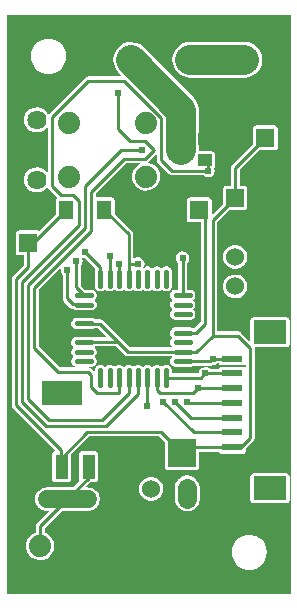
<source format=gtl>
G04 ---------------------------- Layer name :TOP LAYER*
G04 EasyEDA v5.3.2, Sat, 10 Mar 2018 16:58:59 GMT*
G04 Gerber Generator version 0.2*
G04 Scale: 100 percent, Rotated: No, Reflected: No *
G04 Dimensions in millimeters *
G04 leading zeros omitted , absolute positions ,3 integer and 3 decimal *
%FSLAX33Y33*%
%MOMM*%
G90*
G71D02*

%ADD10C,0.254000*%
%ADD11C,2.540000*%
%ADD12C,0.449999*%
%ADD13C,0.619760*%
%ADD14C,1.016000*%
%ADD15R,1.600200X1.600200*%
%ADD16R,1.299997X1.599997*%
%ADD17R,1.799996X0.599999*%
%ADD18R,2.799994X2.032000*%
%ADD19R,1.143000X1.016000*%
%ADD20R,1.092200X2.159000*%
%ADD21R,3.505200X2.159000*%
%ADD22R,2.387600X2.387600*%
%ADD23C,1.879600*%
%ADD24C,1.625600*%
%ADD25R,1.524000X1.524000*%
%ADD26C,1.524000*%
%ADD27C,1.499997*%

%LPD*%
G36*
G01X497Y500D02*
G01X497Y49502D01*
G01X24500Y49502D01*
G01X24500Y500D01*
G01X497Y500D01*
G37*

%LPC*%
G36*
G01X3820Y44503D02*
G01X4185Y44503D01*
G01X4536Y44589D01*
G01X4856Y44757D01*
G01X5130Y45001D01*
G01X5334Y45295D01*
G01X5461Y45636D01*
G01X5506Y45996D01*
G01X5461Y46357D01*
G01X5334Y46697D01*
G01X5130Y46992D01*
G01X4856Y47236D01*
G01X4536Y47404D01*
G01X4185Y47490D01*
G01X3820Y47490D01*
G01X3469Y47404D01*
G01X3149Y47236D01*
G01X2875Y46992D01*
G01X2672Y46697D01*
G01X2545Y46357D01*
G01X2499Y45996D01*
G01X2545Y45636D01*
G01X2672Y45295D01*
G01X2875Y45001D01*
G01X3149Y44757D01*
G01X3469Y44589D01*
G01X3820Y44503D01*
G37*
G36*
G01X3225Y3335D02*
G01X3550Y3355D01*
G01X3855Y3462D01*
G01X4119Y3649D01*
G01X4328Y3903D01*
G01X4455Y4203D01*
G01X4500Y4523D01*
G01X4455Y4843D01*
G01X4328Y5143D01*
G01X4119Y5397D01*
G01X3855Y5585D01*
G01X3688Y5646D01*
G01X3688Y6037D01*
G01X5125Y7480D01*
G01X7371Y7480D01*
G01X7381Y7485D01*
G01X7391Y7485D01*
G01X7675Y7541D01*
G01X7691Y7546D01*
G01X7711Y7551D01*
G01X7731Y7561D01*
G01X7747Y7566D01*
G01X7767Y7576D01*
G01X8011Y7739D01*
G01X8026Y7754D01*
G01X8041Y7764D01*
G01X8056Y7780D01*
G01X8067Y7795D01*
G01X8082Y7810D01*
G01X8244Y8054D01*
G01X8255Y8074D01*
G01X8260Y8089D01*
G01X8270Y8110D01*
G01X8275Y8130D01*
G01X8280Y8145D01*
G01X8336Y8430D01*
G01X8341Y8450D01*
G01X8341Y8511D01*
G01X8336Y8531D01*
G01X8280Y8816D01*
G01X8275Y8831D01*
G01X8270Y8851D01*
G01X8260Y8872D01*
G01X8255Y8887D01*
G01X8244Y8907D01*
G01X8082Y9151D01*
G01X8067Y9166D01*
G01X8056Y9182D01*
G01X8041Y9197D01*
G01X8026Y9207D01*
G01X8011Y9222D01*
G01X7767Y9385D01*
G01X7747Y9395D01*
G01X7731Y9400D01*
G01X7711Y9410D01*
G01X7691Y9415D01*
G01X7675Y9420D01*
G01X7391Y9476D01*
G01X7381Y9476D01*
G01X7371Y9481D01*
G01X7127Y9481D01*
G01X7548Y9903D01*
G01X7940Y9903D01*
G01X8016Y9913D01*
G01X8087Y9954D01*
G01X8143Y10010D01*
G01X8183Y10081D01*
G01X8194Y10157D01*
G01X8194Y12316D01*
G01X8183Y12392D01*
G01X8143Y12463D01*
G01X8087Y12519D01*
G01X8016Y12560D01*
G01X7940Y12570D01*
G01X6847Y12570D01*
G01X6771Y12560D01*
G01X6700Y12519D01*
G01X6644Y12463D01*
G01X6604Y12392D01*
G01X6593Y12316D01*
G01X6593Y10157D01*
G01X6604Y10081D01*
G01X6619Y10050D01*
G01X6050Y9481D01*
G01X3810Y9481D01*
G01X3799Y9476D01*
G01X3789Y9476D01*
G01X3505Y9420D01*
G01X3489Y9415D01*
G01X3469Y9410D01*
G01X3449Y9400D01*
G01X3434Y9395D01*
G01X3413Y9385D01*
G01X3169Y9222D01*
G01X3154Y9207D01*
G01X3139Y9197D01*
G01X3124Y9182D01*
G01X3114Y9166D01*
G01X3098Y9151D01*
G01X2936Y8907D01*
G01X2926Y8887D01*
G01X2921Y8872D01*
G01X2910Y8851D01*
G01X2905Y8831D01*
G01X2900Y8816D01*
G01X2844Y8531D01*
G01X2839Y8511D01*
G01X2839Y8450D01*
G01X2844Y8430D01*
G01X2900Y8145D01*
G01X2905Y8130D01*
G01X2910Y8110D01*
G01X2921Y8089D01*
G01X2926Y8074D01*
G01X2936Y8054D01*
G01X3098Y7810D01*
G01X3114Y7795D01*
G01X3124Y7780D01*
G01X3139Y7764D01*
G01X3154Y7754D01*
G01X3169Y7739D01*
G01X3413Y7576D01*
G01X3434Y7566D01*
G01X3449Y7561D01*
G01X3469Y7551D01*
G01X3489Y7546D01*
G01X3505Y7541D01*
G01X3789Y7485D01*
G01X3799Y7485D01*
G01X3810Y7480D01*
G01X4053Y7480D01*
G01X3037Y6464D01*
G01X2997Y6418D01*
G01X2966Y6367D01*
G01X2946Y6311D01*
G01X2931Y6256D01*
G01X2926Y6195D01*
G01X2926Y5651D01*
G01X2905Y5646D01*
G01X2616Y5499D01*
G01X2382Y5275D01*
G01X2209Y5001D01*
G01X2123Y4686D01*
G01X2123Y4361D01*
G01X2209Y4046D01*
G01X2382Y3771D01*
G01X2616Y3548D01*
G01X2905Y3401D01*
G01X3225Y3335D01*
G37*
G36*
G01X15717Y7454D02*
G01X15778Y7454D01*
G01X15798Y7459D01*
G01X16108Y7520D01*
G01X16129Y7526D01*
G01X16144Y7531D01*
G01X16164Y7541D01*
G01X16184Y7546D01*
G01X16200Y7561D01*
G01X16464Y7739D01*
G01X16494Y7759D01*
G01X16510Y7774D01*
G01X16530Y7805D01*
G01X16708Y8069D01*
G01X16723Y8084D01*
G01X16728Y8105D01*
G01X16738Y8125D01*
G01X16743Y8140D01*
G01X16748Y8161D01*
G01X16809Y8470D01*
G01X16809Y8481D01*
G01X16814Y8491D01*
G01X16814Y9466D01*
G01X16809Y9476D01*
G01X16809Y9486D01*
G01X16748Y9796D01*
G01X16743Y9817D01*
G01X16738Y9832D01*
G01X16728Y9852D01*
G01X16723Y9872D01*
G01X16708Y9888D01*
G01X16530Y10152D01*
G01X16510Y10182D01*
G01X16494Y10198D01*
G01X16464Y10218D01*
G01X16200Y10396D01*
G01X16184Y10411D01*
G01X16164Y10416D01*
G01X16144Y10426D01*
G01X16129Y10431D01*
G01X16108Y10436D01*
G01X15798Y10497D01*
G01X15778Y10502D01*
G01X15717Y10502D01*
G01X15697Y10497D01*
G01X15387Y10436D01*
G01X15367Y10431D01*
G01X15351Y10426D01*
G01X15331Y10416D01*
G01X15311Y10411D01*
G01X15295Y10396D01*
G01X15031Y10218D01*
G01X15001Y10198D01*
G01X14986Y10182D01*
G01X14965Y10152D01*
G01X14787Y9888D01*
G01X14772Y9872D01*
G01X14767Y9852D01*
G01X14757Y9832D01*
G01X14752Y9817D01*
G01X14747Y9796D01*
G01X14686Y9486D01*
G01X14686Y9476D01*
G01X14681Y9466D01*
G01X14681Y8491D01*
G01X14686Y8481D01*
G01X14686Y8470D01*
G01X14747Y8161D01*
G01X14752Y8140D01*
G01X14757Y8125D01*
G01X14767Y8105D01*
G01X14772Y8084D01*
G01X14787Y8069D01*
G01X14965Y7805D01*
G01X14986Y7774D01*
G01X15001Y7759D01*
G01X15031Y7739D01*
G01X15295Y7561D01*
G01X15311Y7546D01*
G01X15331Y7541D01*
G01X15351Y7531D01*
G01X15367Y7526D01*
G01X15387Y7520D01*
G01X15697Y7459D01*
G01X15717Y7454D01*
G37*
G36*
G01X20574Y44157D02*
G01X20965Y44208D01*
G01X21336Y44361D01*
G01X21650Y44604D01*
G01X21894Y44919D01*
G01X22047Y45285D01*
G01X22098Y45681D01*
G01X22047Y46073D01*
G01X21894Y46443D01*
G01X21650Y46758D01*
G01X21336Y47002D01*
G01X20970Y47155D01*
G01X20574Y47205D01*
G01X16002Y47210D01*
G01X15610Y47160D01*
G01X15240Y47007D01*
G01X14925Y46763D01*
G01X14681Y46448D01*
G01X14528Y46083D01*
G01X14478Y45686D01*
G01X14528Y45295D01*
G01X14681Y44924D01*
G01X14925Y44610D01*
G01X15240Y44366D01*
G01X15605Y44213D01*
G01X16002Y44162D01*
G01X20574Y44157D01*
G37*
G36*
G01X21356Y8140D02*
G01X24160Y8140D01*
G01X24236Y8150D01*
G01X24307Y8191D01*
G01X24363Y8247D01*
G01X24404Y8318D01*
G01X24414Y8394D01*
G01X24414Y10426D01*
G01X24404Y10502D01*
G01X24363Y10574D01*
G01X24307Y10629D01*
G01X24236Y10670D01*
G01X24160Y10680D01*
G01X21356Y10680D01*
G01X21280Y10670D01*
G01X21209Y10629D01*
G01X21153Y10574D01*
G01X21112Y10502D01*
G01X21102Y10426D01*
G01X21102Y8394D01*
G01X21112Y8318D01*
G01X21153Y8247D01*
G01X21209Y8191D01*
G01X21280Y8150D01*
G01X21356Y8140D01*
G37*
G36*
G01X12776Y8348D02*
G01X13070Y8415D01*
G01X13335Y8567D01*
G01X13538Y8785D01*
G01X13670Y9060D01*
G01X13716Y9359D01*
G01X13670Y9659D01*
G01X13538Y9933D01*
G01X13335Y10152D01*
G01X13070Y10304D01*
G01X12776Y10370D01*
G01X12471Y10350D01*
G01X12192Y10238D01*
G01X11953Y10050D01*
G01X11785Y9801D01*
G01X11694Y9512D01*
G01X11694Y9207D01*
G01X11785Y8917D01*
G01X11953Y8669D01*
G01X12192Y8481D01*
G01X12471Y8369D01*
G01X12776Y8348D01*
G37*
G36*
G01X19888Y27983D02*
G01X20182Y28049D01*
G01X20447Y28201D01*
G01X20650Y28420D01*
G01X20782Y28694D01*
G01X20828Y28994D01*
G01X20782Y29293D01*
G01X20650Y29568D01*
G01X20447Y29786D01*
G01X20182Y29938D01*
G01X19888Y30005D01*
G01X19583Y29984D01*
G01X19304Y29872D01*
G01X19065Y29684D01*
G01X18897Y29436D01*
G01X18806Y29146D01*
G01X18806Y28841D01*
G01X18897Y28552D01*
G01X19065Y28303D01*
G01X19304Y28115D01*
G01X19583Y28003D01*
G01X19888Y27983D01*
G37*
G36*
G01X4561Y9903D02*
G01X5654Y9903D01*
G01X5730Y9913D01*
G01X5801Y9954D01*
G01X5857Y10010D01*
G01X5897Y10081D01*
G01X5908Y10157D01*
G01X5908Y12275D01*
G01X7401Y13804D01*
G01X13355Y13804D01*
G01X13843Y13317D01*
G01X13843Y11214D01*
G01X13853Y11137D01*
G01X13893Y11066D01*
G01X13949Y11010D01*
G01X14020Y10970D01*
G01X14097Y10960D01*
G01X16484Y10960D01*
G01X16560Y10970D01*
G01X16631Y11010D01*
G01X16687Y11066D01*
G01X16728Y11137D01*
G01X16738Y11214D01*
G01X16738Y12514D01*
G01X18420Y12514D01*
G01X18455Y12448D01*
G01X18511Y12392D01*
G01X18582Y12352D01*
G01X18658Y12341D01*
G01X20457Y12341D01*
G01X20533Y12352D01*
G01X20604Y12392D01*
G01X20660Y12448D01*
G01X20701Y12519D01*
G01X20711Y12595D01*
G01X20711Y12768D01*
G01X21351Y13408D01*
G01X21391Y13454D01*
G01X21422Y13505D01*
G01X21442Y13561D01*
G01X21457Y13616D01*
G01X21463Y13677D01*
G01X21463Y21297D01*
G01X21457Y21358D01*
G01X21457Y21363D01*
G01X24160Y21363D01*
G01X24236Y21374D01*
G01X24307Y21414D01*
G01X24363Y21470D01*
G01X24404Y21541D01*
G01X24414Y21617D01*
G01X24414Y23649D01*
G01X24404Y23726D01*
G01X24363Y23797D01*
G01X24307Y23853D01*
G01X24236Y23893D01*
G01X24160Y23903D01*
G01X21356Y23903D01*
G01X21280Y23893D01*
G01X21209Y23853D01*
G01X21153Y23797D01*
G01X21112Y23726D01*
G01X21102Y23649D01*
G01X21102Y21816D01*
G01X20335Y22583D01*
G01X20289Y22623D01*
G01X20238Y22654D01*
G01X20182Y22674D01*
G01X20126Y22689D01*
G01X20066Y22694D01*
G01X18288Y22694D01*
G01X18288Y31935D01*
G01X19334Y32981D01*
G01X20574Y32981D01*
G01X20650Y32992D01*
G01X20721Y33032D01*
G01X20777Y33088D01*
G01X20817Y33159D01*
G01X20828Y33235D01*
G01X20828Y34759D01*
G01X20817Y34836D01*
G01X20777Y34907D01*
G01X20721Y34963D01*
G01X20650Y35003D01*
G01X20574Y35013D01*
G01X20193Y35013D01*
G01X20193Y36380D01*
G01X21833Y38021D01*
G01X23154Y38021D01*
G01X23230Y38031D01*
G01X23301Y38072D01*
G01X23357Y38127D01*
G01X23398Y38199D01*
G01X23408Y38275D01*
G01X23408Y39875D01*
G01X23398Y39951D01*
G01X23357Y40022D01*
G01X23301Y40078D01*
G01X23230Y40119D01*
G01X23154Y40129D01*
G01X21554Y40129D01*
G01X21478Y40119D01*
G01X21407Y40078D01*
G01X21351Y40022D01*
G01X21310Y39951D01*
G01X21300Y39875D01*
G01X21300Y38564D01*
G01X19542Y36807D01*
G01X19502Y36761D01*
G01X19471Y36710D01*
G01X19451Y36654D01*
G01X19436Y36598D01*
G01X19431Y36537D01*
G01X19431Y35013D01*
G01X19050Y35013D01*
G01X18973Y35003D01*
G01X18902Y34963D01*
G01X18846Y34907D01*
G01X18806Y34836D01*
G01X18796Y34759D01*
G01X18796Y33520D01*
G01X17820Y32545D01*
G01X17820Y33779D01*
G01X17810Y33855D01*
G01X17769Y33926D01*
G01X17713Y33982D01*
G01X17642Y34023D01*
G01X17566Y34033D01*
G01X15966Y34033D01*
G01X15890Y34023D01*
G01X15819Y33982D01*
G01X15763Y33926D01*
G01X15722Y33855D01*
G01X15712Y33779D01*
G01X15712Y32179D01*
G01X15722Y32103D01*
G01X15763Y32031D01*
G01X15819Y31976D01*
G01X15890Y31935D01*
G01X15966Y31925D01*
G01X16891Y31925D01*
G01X16891Y23487D01*
G01X16352Y22943D01*
G01X16250Y22943D01*
G01X16220Y22959D01*
G01X16195Y22979D01*
G01X16164Y22989D01*
G01X16032Y23030D01*
G01X16017Y23035D01*
G01X16002Y23035D01*
G01X15986Y23040D01*
G01X14726Y23040D01*
G01X14711Y23035D01*
G01X14696Y23035D01*
G01X14681Y23030D01*
G01X14549Y22989D01*
G01X14518Y22979D01*
G01X14493Y22959D01*
G01X14462Y22943D01*
G01X14422Y22893D01*
G01X14340Y22781D01*
G01X14320Y22755D01*
G01X14290Y22664D01*
G01X14290Y22461D01*
G01X14320Y22369D01*
G01X14340Y22344D01*
G01X14422Y22232D01*
G01X14462Y22181D01*
G01X14493Y22166D01*
G01X14498Y22161D01*
G01X14493Y22161D01*
G01X14462Y22146D01*
G01X14422Y22095D01*
G01X14340Y21983D01*
G01X14320Y21958D01*
G01X14290Y21866D01*
G01X14290Y21663D01*
G01X14320Y21572D01*
G01X14340Y21546D01*
G01X14422Y21435D01*
G01X14462Y21384D01*
G01X14493Y21369D01*
G01X14498Y21363D01*
G01X14493Y21358D01*
G01X14462Y21343D01*
G01X10906Y21343D01*
G01X8651Y23599D01*
G01X8605Y23639D01*
G01X8554Y23670D01*
G01X8498Y23690D01*
G01X8442Y23705D01*
G01X8382Y23710D01*
G01X7924Y23710D01*
G01X7899Y23741D01*
G01X7868Y23756D01*
G01X7843Y23776D01*
G01X7813Y23787D01*
G01X7680Y23827D01*
G01X7665Y23832D01*
G01X7650Y23832D01*
G01X7635Y23837D01*
G01X6375Y23837D01*
G01X6360Y23832D01*
G01X6344Y23832D01*
G01X6329Y23827D01*
G01X6197Y23787D01*
G01X6167Y23776D01*
G01X6141Y23756D01*
G01X6111Y23741D01*
G01X6070Y23690D01*
G01X5989Y23578D01*
G01X5969Y23553D01*
G01X5938Y23461D01*
G01X5938Y23258D01*
G01X5969Y23167D01*
G01X5989Y23141D01*
G01X6070Y23030D01*
G01X6111Y22979D01*
G01X6141Y22964D01*
G01X6167Y22943D01*
G01X6197Y22933D01*
G01X6329Y22893D01*
G01X6344Y22887D01*
G01X6360Y22887D01*
G01X6375Y22882D01*
G01X7635Y22882D01*
G01X7650Y22887D01*
G01X7665Y22887D01*
G01X7680Y22893D01*
G01X7813Y22933D01*
G01X7843Y22943D01*
G01X7848Y22948D01*
G01X8224Y22948D01*
G01X8986Y22186D01*
G01X7828Y22186D01*
G01X7813Y22191D01*
G01X7680Y22232D01*
G01X7665Y22237D01*
G01X7650Y22237D01*
G01X7635Y22242D01*
G01X6375Y22242D01*
G01X6360Y22237D01*
G01X6344Y22237D01*
G01X6329Y22232D01*
G01X6197Y22191D01*
G01X6167Y22181D01*
G01X6141Y22161D01*
G01X6111Y22146D01*
G01X6070Y22095D01*
G01X5989Y21983D01*
G01X5969Y21958D01*
G01X5938Y21866D01*
G01X5938Y21663D01*
G01X5969Y21572D01*
G01X5989Y21546D01*
G01X6070Y21435D01*
G01X6111Y21384D01*
G01X6141Y21369D01*
G01X6146Y21363D01*
G01X6141Y21358D01*
G01X6111Y21343D01*
G01X6070Y21292D01*
G01X5989Y21181D01*
G01X5969Y21155D01*
G01X5938Y21064D01*
G01X5938Y20861D01*
G01X5969Y20769D01*
G01X5989Y20744D01*
G01X6070Y20632D01*
G01X6111Y20581D01*
G01X6141Y20566D01*
G01X6146Y20561D01*
G01X6141Y20561D01*
G01X6111Y20546D01*
G01X6070Y20495D01*
G01X5989Y20383D01*
G01X5969Y20358D01*
G01X5938Y20266D01*
G01X5938Y20063D01*
G01X5969Y19972D01*
G01X5989Y19946D01*
G01X6070Y19834D01*
G01X6111Y19784D01*
G01X6141Y19768D01*
G01X6167Y19748D01*
G01X6197Y19738D01*
G01X6329Y19697D01*
G01X6344Y19692D01*
G01X6360Y19692D01*
G01X6375Y19687D01*
G01X7635Y19687D01*
G01X7650Y19692D01*
G01X7665Y19692D01*
G01X7680Y19697D01*
G01X7813Y19738D01*
G01X7843Y19748D01*
G01X7868Y19768D01*
G01X7899Y19784D01*
G01X7940Y19834D01*
G01X8021Y19946D01*
G01X8041Y19972D01*
G01X8072Y20063D01*
G01X8072Y20266D01*
G01X8041Y20358D01*
G01X8021Y20383D01*
G01X7940Y20495D01*
G01X7899Y20546D01*
G01X7868Y20561D01*
G01X7863Y20561D01*
G01X7868Y20566D01*
G01X7899Y20581D01*
G01X7940Y20632D01*
G01X8021Y20744D01*
G01X8041Y20769D01*
G01X8072Y20861D01*
G01X8072Y21064D01*
G01X8041Y21155D01*
G01X8021Y21181D01*
G01X7940Y21292D01*
G01X7899Y21343D01*
G01X7868Y21358D01*
G01X7863Y21363D01*
G01X7868Y21369D01*
G01X7899Y21384D01*
G01X7929Y21424D01*
G01X9748Y21424D01*
G01X10480Y20693D01*
G01X10525Y20652D01*
G01X10576Y20622D01*
G01X10632Y20601D01*
G01X10688Y20586D01*
G01X10749Y20581D01*
G01X14462Y20581D01*
G01X14493Y20566D01*
G01X14498Y20561D01*
G01X14493Y20561D01*
G01X14462Y20546D01*
G01X14422Y20495D01*
G01X14340Y20383D01*
G01X14320Y20358D01*
G01X14290Y20266D01*
G01X14290Y20063D01*
G01X14320Y19972D01*
G01X14340Y19946D01*
G01X14422Y19834D01*
G01X14462Y19784D01*
G01X14493Y19768D01*
G01X14518Y19748D01*
G01X14549Y19738D01*
G01X14681Y19697D01*
G01X14696Y19692D01*
G01X14711Y19692D01*
G01X14726Y19687D01*
G01X15986Y19687D01*
G01X16002Y19692D01*
G01X16017Y19692D01*
G01X16032Y19697D01*
G01X16164Y19738D01*
G01X16195Y19748D01*
G01X16220Y19768D01*
G01X16250Y19784D01*
G01X17678Y19784D01*
G01X17739Y19789D01*
G01X17795Y19804D01*
G01X17851Y19824D01*
G01X17881Y19845D01*
G01X18079Y19860D01*
G01X18282Y19977D01*
G01X18308Y20012D01*
G01X18420Y20012D01*
G01X18455Y19946D01*
G01X18511Y19890D01*
G01X18582Y19850D01*
G01X18658Y19839D01*
G01X20457Y19839D01*
G01X20533Y19850D01*
G01X20604Y19890D01*
G01X20660Y19946D01*
G01X20701Y20017D01*
G01X20701Y19524D01*
G01X20660Y19596D01*
G01X20604Y19651D01*
G01X20533Y19692D01*
G01X20457Y19702D01*
G01X18658Y19702D01*
G01X18582Y19692D01*
G01X18511Y19651D01*
G01X18455Y19596D01*
G01X18415Y19524D01*
G01X17673Y19524D01*
G01X17647Y19560D01*
G01X17444Y19677D01*
G01X17216Y19697D01*
G01X16992Y19626D01*
G01X16819Y19474D01*
G01X16723Y19260D01*
G01X16723Y19169D01*
G01X14457Y19169D01*
G01X14457Y19418D01*
G01X14452Y19433D01*
G01X14452Y19448D01*
G01X14447Y19464D01*
G01X14406Y19596D01*
G01X14396Y19626D01*
G01X14376Y19651D01*
G01X14361Y19682D01*
G01X14310Y19723D01*
G01X14198Y19804D01*
G01X14173Y19824D01*
G01X14081Y19855D01*
G01X13878Y19855D01*
G01X13787Y19824D01*
G01X13761Y19804D01*
G01X13649Y19723D01*
G01X13599Y19682D01*
G01X13583Y19651D01*
G01X13583Y19646D01*
G01X13578Y19651D01*
G01X13563Y19682D01*
G01X13512Y19723D01*
G01X13401Y19804D01*
G01X13375Y19824D01*
G01X13284Y19855D01*
G01X13081Y19855D01*
G01X12989Y19824D01*
G01X12964Y19804D01*
G01X12852Y19723D01*
G01X12801Y19682D01*
G01X12786Y19651D01*
G01X12781Y19646D01*
G01X12776Y19651D01*
G01X12760Y19682D01*
G01X12710Y19723D01*
G01X12598Y19804D01*
G01X12573Y19824D01*
G01X12481Y19855D01*
G01X12278Y19855D01*
G01X12186Y19824D01*
G01X12161Y19804D01*
G01X12049Y19723D01*
G01X11998Y19682D01*
G01X11983Y19651D01*
G01X11983Y19646D01*
G01X11978Y19651D01*
G01X11963Y19682D01*
G01X11912Y19723D01*
G01X11800Y19804D01*
G01X11775Y19824D01*
G01X11684Y19855D01*
G01X11480Y19855D01*
G01X11389Y19824D01*
G01X11363Y19804D01*
G01X11252Y19723D01*
G01X11201Y19682D01*
G01X11186Y19651D01*
G01X11186Y19646D01*
G01X11181Y19651D01*
G01X11165Y19682D01*
G01X11115Y19723D01*
G01X11003Y19804D01*
G01X10977Y19824D01*
G01X10886Y19855D01*
G01X10683Y19855D01*
G01X10591Y19824D01*
G01X10566Y19804D01*
G01X10454Y19723D01*
G01X10403Y19682D01*
G01X10388Y19651D01*
G01X10383Y19646D01*
G01X10378Y19651D01*
G01X10363Y19682D01*
G01X10312Y19723D01*
G01X10200Y19804D01*
G01X10175Y19824D01*
G01X10083Y19855D01*
G01X9880Y19855D01*
G01X9789Y19824D01*
G01X9763Y19804D01*
G01X9652Y19723D01*
G01X9601Y19682D01*
G01X9585Y19651D01*
G01X9585Y19646D01*
G01X9580Y19651D01*
G01X9565Y19682D01*
G01X9514Y19723D01*
G01X9403Y19804D01*
G01X9377Y19824D01*
G01X9286Y19855D01*
G01X9083Y19855D01*
G01X8991Y19824D01*
G01X8966Y19804D01*
G01X8854Y19723D01*
G01X8803Y19682D01*
G01X8788Y19651D01*
G01X8783Y19646D01*
G01X8778Y19651D01*
G01X8763Y19682D01*
G01X8712Y19723D01*
G01X8600Y19804D01*
G01X8575Y19824D01*
G01X8483Y19855D01*
G01X8280Y19855D01*
G01X8188Y19824D01*
G01X8163Y19804D01*
G01X8051Y19723D01*
G01X8001Y19682D01*
G01X7985Y19651D01*
G01X7965Y19626D01*
G01X7955Y19596D01*
G01X7914Y19464D01*
G01X7909Y19448D01*
G01X7909Y19433D01*
G01X7904Y19418D01*
G01X7904Y19265D01*
G01X7635Y19535D01*
G01X7589Y19575D01*
G01X7538Y19606D01*
G01X7482Y19626D01*
G01X7426Y19641D01*
G01X7366Y19646D01*
G01X4983Y19646D01*
G01X3175Y21455D01*
G01X3175Y26220D01*
G01X5095Y28140D01*
G01X5039Y28018D01*
G01X5039Y27785D01*
G01X5135Y27571D01*
G01X5207Y27510D01*
G01X5207Y25488D01*
G01X5212Y25427D01*
G01X5227Y25372D01*
G01X5247Y25316D01*
G01X5278Y25265D01*
G01X5318Y25219D01*
G01X5826Y24711D01*
G01X5872Y24671D01*
G01X5923Y24640D01*
G01X5979Y24620D01*
G01X6035Y24604D01*
G01X6096Y24599D01*
G01X6111Y24579D01*
G01X6141Y24564D01*
G01X6167Y24544D01*
G01X6197Y24533D01*
G01X6329Y24493D01*
G01X6344Y24488D01*
G01X6360Y24488D01*
G01X6375Y24483D01*
G01X7635Y24483D01*
G01X7650Y24488D01*
G01X7665Y24488D01*
G01X7680Y24493D01*
G01X7813Y24533D01*
G01X7843Y24544D01*
G01X7868Y24564D01*
G01X7899Y24579D01*
G01X7940Y24630D01*
G01X8021Y24742D01*
G01X8041Y24767D01*
G01X8072Y24858D01*
G01X8072Y25062D01*
G01X8041Y25153D01*
G01X8021Y25179D01*
G01X7940Y25290D01*
G01X7899Y25341D01*
G01X7868Y25356D01*
G01X7863Y25361D01*
G01X7868Y25366D01*
G01X7899Y25382D01*
G01X7940Y25433D01*
G01X8021Y25544D01*
G01X8041Y25570D01*
G01X8072Y25661D01*
G01X8072Y25864D01*
G01X8041Y25956D01*
G01X8021Y25981D01*
G01X7940Y26093D01*
G01X7899Y26144D01*
G01X7868Y26159D01*
G01X7843Y26179D01*
G01X7813Y26189D01*
G01X7680Y26230D01*
G01X7665Y26235D01*
G01X7650Y26235D01*
G01X7635Y26240D01*
G01X7066Y26240D01*
G01X6731Y26576D01*
G01X6731Y28252D01*
G01X6858Y28435D01*
G01X6908Y28663D01*
G01X6858Y28892D01*
G01X6807Y28968D01*
G01X6832Y28943D01*
G01X7056Y28872D01*
G01X7122Y28877D01*
G01X7990Y28008D01*
G01X7985Y28003D01*
G01X7965Y27978D01*
G01X7955Y27947D01*
G01X7914Y27815D01*
G01X7909Y27800D01*
G01X7909Y27785D01*
G01X7904Y27769D01*
G01X7904Y26509D01*
G01X7909Y26494D01*
G01X7909Y26479D01*
G01X7914Y26464D01*
G01X7955Y26332D01*
G01X7965Y26301D01*
G01X7985Y26276D01*
G01X8001Y26245D01*
G01X8051Y26205D01*
G01X8163Y26123D01*
G01X8188Y26103D01*
G01X8280Y26073D01*
G01X8483Y26073D01*
G01X8575Y26103D01*
G01X8600Y26123D01*
G01X8712Y26205D01*
G01X8763Y26245D01*
G01X8778Y26276D01*
G01X8783Y26281D01*
G01X8788Y26276D01*
G01X8803Y26245D01*
G01X8854Y26205D01*
G01X8966Y26123D01*
G01X8991Y26103D01*
G01X9083Y26073D01*
G01X9286Y26073D01*
G01X9377Y26103D01*
G01X9403Y26123D01*
G01X9514Y26205D01*
G01X9565Y26245D01*
G01X9580Y26276D01*
G01X9585Y26281D01*
G01X9585Y26276D01*
G01X9601Y26245D01*
G01X9652Y26205D01*
G01X9763Y26123D01*
G01X9789Y26103D01*
G01X9880Y26073D01*
G01X10083Y26073D01*
G01X10175Y26103D01*
G01X10200Y26123D01*
G01X10312Y26205D01*
G01X10363Y26245D01*
G01X10378Y26276D01*
G01X10383Y26281D01*
G01X10388Y26276D01*
G01X10403Y26245D01*
G01X10454Y26205D01*
G01X10566Y26123D01*
G01X10591Y26103D01*
G01X10683Y26073D01*
G01X10886Y26073D01*
G01X10977Y26103D01*
G01X11003Y26123D01*
G01X11115Y26205D01*
G01X11165Y26245D01*
G01X11181Y26276D01*
G01X11186Y26281D01*
G01X11186Y26276D01*
G01X11201Y26245D01*
G01X11252Y26205D01*
G01X11363Y26123D01*
G01X11389Y26103D01*
G01X11480Y26073D01*
G01X11684Y26073D01*
G01X11775Y26103D01*
G01X11800Y26123D01*
G01X11912Y26205D01*
G01X11963Y26245D01*
G01X11978Y26276D01*
G01X11983Y26281D01*
G01X11983Y26276D01*
G01X11998Y26245D01*
G01X12049Y26205D01*
G01X12161Y26123D01*
G01X12186Y26103D01*
G01X12278Y26073D01*
G01X12481Y26073D01*
G01X12573Y26103D01*
G01X12598Y26123D01*
G01X12710Y26205D01*
G01X12760Y26245D01*
G01X12776Y26276D01*
G01X12781Y26281D01*
G01X12786Y26276D01*
G01X12801Y26245D01*
G01X12852Y26205D01*
G01X12964Y26123D01*
G01X12989Y26103D01*
G01X13081Y26073D01*
G01X13284Y26073D01*
G01X13375Y26103D01*
G01X13401Y26123D01*
G01X13512Y26205D01*
G01X13563Y26245D01*
G01X13578Y26276D01*
G01X13583Y26281D01*
G01X13583Y26276D01*
G01X13599Y26245D01*
G01X13649Y26205D01*
G01X13761Y26123D01*
G01X13787Y26103D01*
G01X13878Y26073D01*
G01X14081Y26073D01*
G01X14173Y26103D01*
G01X14198Y26123D01*
G01X14310Y26205D01*
G01X14361Y26245D01*
G01X14376Y26276D01*
G01X14396Y26301D01*
G01X14406Y26332D01*
G01X14447Y26464D01*
G01X14452Y26479D01*
G01X14452Y26494D01*
G01X14457Y26509D01*
G01X14457Y27769D01*
G01X14452Y27785D01*
G01X14452Y27800D01*
G01X14447Y27815D01*
G01X14406Y27947D01*
G01X14396Y27978D01*
G01X14376Y28003D01*
G01X14361Y28033D01*
G01X14310Y28074D01*
G01X14198Y28155D01*
G01X14173Y28176D01*
G01X14081Y28206D01*
G01X13878Y28206D01*
G01X13787Y28176D01*
G01X13761Y28155D01*
G01X13649Y28074D01*
G01X13599Y28033D01*
G01X13583Y28003D01*
G01X13583Y27998D01*
G01X13578Y28003D01*
G01X13563Y28033D01*
G01X13512Y28074D01*
G01X13401Y28155D01*
G01X13375Y28176D01*
G01X13284Y28206D01*
G01X13081Y28206D01*
G01X12989Y28176D01*
G01X12964Y28155D01*
G01X12852Y28074D01*
G01X12801Y28033D01*
G01X12786Y28003D01*
G01X12781Y27998D01*
G01X12776Y28003D01*
G01X12760Y28033D01*
G01X12710Y28074D01*
G01X12598Y28155D01*
G01X12573Y28176D01*
G01X12481Y28206D01*
G01X12278Y28206D01*
G01X12186Y28176D01*
G01X12161Y28155D01*
G01X12049Y28074D01*
G01X11998Y28033D01*
G01X11983Y28003D01*
G01X11983Y27998D01*
G01X11978Y28003D01*
G01X11963Y28028D01*
G01X12090Y28206D01*
G01X12141Y28435D01*
G01X12090Y28663D01*
G01X11958Y28851D01*
G01X11755Y28968D01*
G01X11526Y28989D01*
G01X11303Y28917D01*
G01X11186Y28816D01*
G01X11165Y28816D01*
G01X11165Y30909D01*
G01X11160Y30970D01*
G01X11145Y31026D01*
G01X11125Y31081D01*
G01X11094Y31132D01*
G01X11054Y31178D01*
G01X9616Y32616D01*
G01X9616Y33779D01*
G01X9606Y33855D01*
G01X9565Y33926D01*
G01X9509Y33982D01*
G01X9438Y34023D01*
G01X9362Y34033D01*
G01X8061Y34033D01*
G01X8001Y34023D01*
G01X8001Y34348D01*
G01X10571Y36918D01*
G01X11841Y36918D01*
G01X11562Y36776D01*
G01X11328Y36553D01*
G01X11155Y36278D01*
G01X11069Y35963D01*
G01X11069Y35638D01*
G01X11155Y35323D01*
G01X11328Y35049D01*
G01X11562Y34825D01*
G01X11851Y34678D01*
G01X12171Y34612D01*
G01X12496Y34632D01*
G01X12801Y34739D01*
G01X13065Y34927D01*
G01X13274Y35181D01*
G01X13401Y35481D01*
G01X13446Y35801D01*
G01X13401Y36121D01*
G01X13274Y36421D01*
G01X13065Y36675D01*
G01X12801Y36863D01*
G01X12496Y36969D01*
G01X12390Y36974D01*
G01X12415Y36990D01*
G01X12461Y37030D01*
G01X13157Y37726D01*
G01X13157Y37238D01*
G01X13162Y37177D01*
G01X13177Y37122D01*
G01X13197Y37066D01*
G01X13228Y37015D01*
G01X13268Y36969D01*
G01X14208Y36014D01*
G01X14254Y35979D01*
G01X14305Y35943D01*
G01X14361Y35923D01*
G01X14417Y35907D01*
G01X14478Y35902D01*
G01X17129Y35902D01*
G01X17246Y35801D01*
G01X17470Y35730D01*
G01X17698Y35750D01*
G01X17901Y35867D01*
G01X18034Y36055D01*
G01X18084Y36283D01*
G01X18034Y36502D01*
G01X18049Y36517D01*
G01X18089Y36588D01*
G01X18100Y36664D01*
G01X18100Y37680D01*
G01X18089Y37757D01*
G01X18049Y37828D01*
G01X17993Y37884D01*
G01X17922Y37924D01*
G01X17846Y37934D01*
G01X16748Y37934D01*
G01X16764Y38061D01*
G01X16764Y41363D01*
G01X16743Y41597D01*
G01X16692Y41831D01*
G01X16601Y42049D01*
G01X16479Y42247D01*
G01X16327Y42430D01*
G01X12090Y46748D01*
G01X11775Y46992D01*
G01X11409Y47150D01*
G01X11018Y47205D01*
G01X10622Y47160D01*
G01X10251Y47007D01*
G01X9936Y46769D01*
G01X9692Y46454D01*
G01X9535Y46088D01*
G01X9479Y45697D01*
G01X9525Y45300D01*
G01X9677Y44930D01*
G01X9916Y44615D01*
G01X10241Y44284D01*
G01X7366Y44284D01*
G01X7305Y44279D01*
G01X7249Y44264D01*
G01X7193Y44244D01*
G01X7142Y44213D01*
G01X7096Y44173D01*
G01X4048Y41125D01*
G01X4008Y41079D01*
G01X3977Y41028D01*
G01X3972Y41018D01*
G01X3886Y41201D01*
G01X3667Y41435D01*
G01X3393Y41592D01*
G01X3083Y41663D01*
G01X2763Y41643D01*
G01X2468Y41526D01*
G01X2219Y41328D01*
G01X2042Y41064D01*
G01X1945Y40759D01*
G01X1945Y40444D01*
G01X2042Y40139D01*
G01X2219Y39875D01*
G01X2468Y39677D01*
G01X2763Y39560D01*
G01X3083Y39540D01*
G01X3393Y39611D01*
G01X3667Y39768D01*
G01X3886Y40002D01*
G01X3937Y40109D01*
G01X3937Y36014D01*
G01X3886Y36121D01*
G01X3667Y36355D01*
G01X3393Y36512D01*
G01X3083Y36583D01*
G01X2763Y36563D01*
G01X2468Y36446D01*
G01X2219Y36248D01*
G01X2042Y35984D01*
G01X1945Y35679D01*
G01X1945Y35364D01*
G01X2042Y35059D01*
G01X2219Y34795D01*
G01X2468Y34597D01*
G01X2763Y34480D01*
G01X3083Y34460D01*
G01X3393Y34531D01*
G01X3667Y34688D01*
G01X3886Y34922D01*
G01X3937Y35029D01*
G01X3937Y35013D01*
G01X3942Y34952D01*
G01X3957Y34897D01*
G01X3977Y34841D01*
G01X4008Y34790D01*
G01X4048Y34744D01*
G01X4775Y34018D01*
G01X4714Y33982D01*
G01X4658Y33926D01*
G01X4617Y33855D01*
G01X4607Y33779D01*
G01X4607Y32616D01*
G01X3200Y31208D01*
G01X3164Y31229D01*
G01X3088Y31239D01*
G01X1488Y31239D01*
G01X1412Y31229D01*
G01X1341Y31188D01*
G01X1285Y31132D01*
G01X1244Y31061D01*
G01X1234Y30985D01*
G01X1234Y29385D01*
G01X1244Y29309D01*
G01X1285Y29237D01*
G01X1341Y29182D01*
G01X1412Y29141D01*
G01X1488Y29131D01*
G01X1905Y29131D01*
G01X1905Y28313D01*
G01X1000Y27409D01*
G01X960Y27363D01*
G01X929Y27312D01*
G01X909Y27256D01*
G01X894Y27200D01*
G01X889Y27139D01*
G01X889Y16471D01*
G01X894Y16410D01*
G01X909Y16355D01*
G01X929Y16299D01*
G01X960Y16248D01*
G01X1000Y16202D01*
G01X4632Y12570D01*
G01X4561Y12570D01*
G01X4485Y12560D01*
G01X4414Y12519D01*
G01X4358Y12463D01*
G01X4318Y12392D01*
G01X4307Y12316D01*
G01X4307Y10157D01*
G01X4318Y10081D01*
G01X4358Y10010D01*
G01X4414Y9954D01*
G01X4485Y9913D01*
G01X4561Y9903D01*
G37*
G36*
G01X19888Y25483D02*
G01X20182Y25549D01*
G01X20447Y25702D01*
G01X20650Y25920D01*
G01X20782Y26195D01*
G01X20828Y26494D01*
G01X20782Y26794D01*
G01X20650Y27068D01*
G01X20447Y27287D01*
G01X20182Y27439D01*
G01X19888Y27505D01*
G01X19583Y27485D01*
G01X19304Y27373D01*
G01X19065Y27185D01*
G01X18897Y26936D01*
G01X18806Y26647D01*
G01X18806Y26342D01*
G01X18897Y26052D01*
G01X19065Y25803D01*
G01X19304Y25615D01*
G01X19583Y25504D01*
G01X19888Y25483D01*
G37*
G36*
G01X14726Y23685D02*
G01X15986Y23685D01*
G01X16002Y23690D01*
G01X16017Y23690D01*
G01X16032Y23695D01*
G01X16164Y23736D01*
G01X16195Y23746D01*
G01X16220Y23766D01*
G01X16250Y23782D01*
G01X16291Y23832D01*
G01X16372Y23944D01*
G01X16393Y23969D01*
G01X16423Y24061D01*
G01X16423Y24264D01*
G01X16393Y24356D01*
G01X16372Y24381D01*
G01X16291Y24493D01*
G01X16250Y24544D01*
G01X16220Y24559D01*
G01X16215Y24559D01*
G01X16220Y24564D01*
G01X16250Y24579D01*
G01X16291Y24630D01*
G01X16372Y24742D01*
G01X16393Y24767D01*
G01X16423Y24858D01*
G01X16423Y25062D01*
G01X16393Y25153D01*
G01X16372Y25179D01*
G01X16291Y25290D01*
G01X16250Y25341D01*
G01X16220Y25356D01*
G01X16215Y25361D01*
G01X16220Y25366D01*
G01X16250Y25382D01*
G01X16291Y25433D01*
G01X16372Y25544D01*
G01X16393Y25570D01*
G01X16423Y25661D01*
G01X16423Y25864D01*
G01X16393Y25956D01*
G01X16372Y25981D01*
G01X16291Y26093D01*
G01X16250Y26144D01*
G01X16220Y26159D01*
G01X16195Y26179D01*
G01X16164Y26189D01*
G01X16032Y26230D01*
G01X16017Y26235D01*
G01X16002Y26235D01*
G01X15986Y26240D01*
G01X15748Y26240D01*
G01X15748Y28511D01*
G01X15875Y28689D01*
G01X15925Y28917D01*
G01X15875Y29146D01*
G01X15742Y29334D01*
G01X15539Y29451D01*
G01X15311Y29471D01*
G01X15087Y29400D01*
G01X14914Y29248D01*
G01X14818Y29034D01*
G01X14818Y28801D01*
G01X14914Y28587D01*
G01X14986Y28526D01*
G01X14986Y26240D01*
G01X14726Y26240D01*
G01X14711Y26235D01*
G01X14696Y26235D01*
G01X14681Y26230D01*
G01X14549Y26189D01*
G01X14518Y26179D01*
G01X14493Y26159D01*
G01X14462Y26144D01*
G01X14422Y26093D01*
G01X14340Y25981D01*
G01X14320Y25956D01*
G01X14290Y25864D01*
G01X14290Y25661D01*
G01X14320Y25570D01*
G01X14340Y25544D01*
G01X14422Y25433D01*
G01X14462Y25382D01*
G01X14493Y25366D01*
G01X14498Y25361D01*
G01X14493Y25356D01*
G01X14462Y25341D01*
G01X14422Y25290D01*
G01X14340Y25179D01*
G01X14320Y25153D01*
G01X14290Y25062D01*
G01X14290Y24858D01*
G01X14320Y24767D01*
G01X14340Y24742D01*
G01X14422Y24630D01*
G01X14462Y24579D01*
G01X14493Y24564D01*
G01X14498Y24559D01*
G01X14493Y24559D01*
G01X14462Y24544D01*
G01X14422Y24493D01*
G01X14340Y24381D01*
G01X14320Y24356D01*
G01X14290Y24264D01*
G01X14290Y24061D01*
G01X14320Y23969D01*
G01X14340Y23944D01*
G01X14422Y23832D01*
G01X14462Y23782D01*
G01X14493Y23766D01*
G01X14518Y23746D01*
G01X14549Y23736D01*
G01X14681Y23695D01*
G01X14696Y23690D01*
G01X14711Y23690D01*
G01X14726Y23685D01*
G37*
G36*
G01X20817Y2506D02*
G01X21183Y2506D01*
G01X21534Y2593D01*
G01X21854Y2760D01*
G01X22128Y3004D01*
G01X22331Y3299D01*
G01X22458Y3639D01*
G01X22504Y4000D01*
G01X22458Y4361D01*
G01X22331Y4701D01*
G01X22128Y4996D01*
G01X21854Y5240D01*
G01X21534Y5407D01*
G01X21183Y5494D01*
G01X20817Y5494D01*
G01X20467Y5407D01*
G01X20147Y5240D01*
G01X19872Y4996D01*
G01X19669Y4701D01*
G01X19542Y4361D01*
G01X19497Y4000D01*
G01X19542Y3639D01*
G01X19669Y3299D01*
G01X19872Y3004D01*
G01X20147Y2760D01*
G01X20467Y2593D01*
G01X20817Y2506D01*
G37*

%LPD*%
G54D10*
G01X10782Y27139D02*
G01X10782Y30911D01*
G01X8712Y32981D01*
G01X11582Y28435D02*
G01X10807Y28435D01*
G01X10782Y28409D01*
G01X15367Y28917D02*
G01X15367Y25773D01*
G01X15356Y25763D01*
G01X2286Y30187D02*
G01X2717Y30187D01*
G01X5511Y32981D01*
G01X2286Y30187D02*
G01X2286Y28155D01*
G01X1270Y27139D01*
G01X1270Y16471D01*
G01X5074Y12667D01*
G01X5105Y11239D01*
G01X19812Y33997D02*
G01X19812Y36537D01*
G01X22352Y39077D01*
G01X7391Y11239D02*
G01X7391Y10284D01*
G01X5588Y8481D01*
G01X19812Y33997D02*
G01X17907Y32092D01*
G01X17907Y22313D01*
G01X16510Y20916D01*
G01X15405Y20916D01*
G01X15356Y20965D01*
G01X19558Y12895D02*
G01X20299Y12895D01*
G01X21082Y13677D01*
G01X21082Y21297D01*
G01X20066Y22313D01*
G01X17907Y22313D01*
G54D11*
G01X15999Y45689D02*
G01X20574Y45681D01*
G01X20574Y45681D01*
G01X15240Y38061D02*
G01X15240Y41363D01*
G01X11000Y45681D01*
G54D10*
G01X19558Y12895D02*
G01X15778Y12895D01*
G01X15290Y12407D01*
G01X3304Y4526D02*
G01X3304Y6197D01*
G01X5588Y8481D01*
G01X5105Y12001D02*
G01X7239Y14185D01*
G01X13512Y14185D01*
G01X15290Y12407D01*
G01X19558Y20396D02*
G01X17907Y20396D01*
G01X19558Y19146D02*
G01X17272Y19146D01*
G01X17526Y36283D02*
G01X17526Y36918D01*
G01X17272Y37172D01*
G01X5588Y27901D02*
G01X5588Y25488D01*
G01X6096Y24980D01*
G01X6987Y24980D01*
G01X7005Y24963D01*
G01X6350Y28663D02*
G01X6350Y26418D01*
G01X7005Y25763D01*
G01X8382Y27139D02*
G01X8382Y28155D01*
G01X7112Y29425D01*
G01X15356Y20165D02*
G01X17675Y20165D01*
G01X17907Y20396D01*
G01X13980Y18788D02*
G01X16913Y18788D01*
G01X17272Y19146D01*
G01X13180Y18788D02*
G01X13180Y17769D01*
G01X13462Y17487D01*
G01X16228Y17487D01*
G01X16637Y17868D01*
G01X16637Y17868D02*
G01X19530Y17868D01*
G01X19558Y17896D01*
G01X12379Y18788D02*
G01X12379Y16405D01*
G01X12319Y16344D01*
G01X11938Y38061D02*
G01X10160Y38061D01*
G01X7112Y35013D01*
G01X7112Y31457D01*
G01X2286Y26631D01*
G01X2286Y16979D01*
G01X4064Y15201D01*
G01X8509Y15201D01*
G01X10795Y17487D01*
G01X10782Y18788D01*
G01X9982Y18788D02*
G01X9982Y17487D01*
G01X8128Y17487D01*
G01X7620Y17995D01*
G01X7620Y19011D01*
G01X7366Y19265D01*
G01X4826Y19265D01*
G01X2794Y21297D01*
G01X2794Y26377D01*
G01X7620Y31203D01*
G01X7620Y34505D01*
G01X10414Y37299D01*
G01X12192Y37299D01*
G01X12954Y38061D01*
G01X12192Y38823D01*
G01X10922Y38823D01*
G01X9906Y39839D01*
G01X9906Y42887D01*
G01X11579Y18788D02*
G01X11579Y17383D01*
G01X8890Y14693D01*
G01X3810Y14693D01*
G01X1778Y16725D01*
G01X1778Y26885D01*
G01X6604Y31711D01*
G01X6604Y33743D01*
G01X6096Y34251D01*
G01X5080Y34251D01*
G01X4318Y35013D01*
G01X4318Y40855D01*
G01X7366Y43903D01*
G01X10414Y43903D01*
G01X13538Y40779D01*
G01X13538Y37238D01*
G01X14478Y36283D01*
G01X17526Y36283D01*
G01X15356Y22565D02*
G01X16507Y22565D01*
G01X17272Y23329D01*
G01X17272Y32473D01*
G01X16764Y32981D01*
G01X15356Y20965D02*
G01X10746Y20965D01*
G01X9906Y21805D01*
G01X7045Y21805D01*
G01X7005Y21765D01*
G01X9906Y21805D02*
G01X8382Y23329D01*
G01X7038Y23329D01*
G01X7005Y23362D01*
G01X19558Y16647D02*
G01X15826Y16647D01*
G01X15748Y16725D01*
G01X19558Y15394D02*
G01X16062Y15394D01*
G01X14732Y16725D01*
G01X19558Y14145D02*
G01X16296Y14145D01*
G01X13716Y16725D01*
G01X9982Y28435D02*
G01X9982Y27139D01*
G01X9182Y27139D02*
G01X9182Y29032D01*
G01X9169Y29044D01*
G54D12*
G01X8382Y27739D02*
G01X8382Y26539D01*
G01X9182Y27739D02*
G01X9182Y26539D01*
G01X9982Y27739D02*
G01X9982Y26539D01*
G01X10782Y27739D02*
G01X10782Y26539D01*
G01X11579Y27739D02*
G01X11579Y26539D01*
G01X12379Y27739D02*
G01X12379Y26539D01*
G01X13180Y27739D02*
G01X13180Y26539D01*
G01X13980Y27739D02*
G01X13980Y26539D01*
G01X14756Y25763D02*
G01X15956Y25763D01*
G01X14756Y24963D02*
G01X15956Y24963D01*
G01X14756Y24163D02*
G01X15956Y24163D01*
G01X14756Y23362D02*
G01X15956Y23362D01*
G01X14756Y22565D02*
G01X15956Y22565D01*
G01X14756Y21765D02*
G01X15956Y21765D01*
G01X14756Y20965D02*
G01X15956Y20965D01*
G01X14756Y20165D02*
G01X15956Y20165D01*
G01X13980Y19388D02*
G01X13980Y18188D01*
G01X13180Y19388D02*
G01X13180Y18188D01*
G01X12379Y19388D02*
G01X12379Y18188D01*
G01X11579Y19388D02*
G01X11579Y18188D01*
G01X10782Y19388D02*
G01X10782Y18188D01*
G01X9982Y19388D02*
G01X9982Y18188D01*
G01X9182Y19388D02*
G01X9182Y18188D01*
G01X8382Y19388D02*
G01X8382Y18188D01*
G01X6405Y20165D02*
G01X7605Y20165D01*
G01X6405Y20965D02*
G01X7605Y20965D01*
G01X6405Y21765D02*
G01X7605Y21765D01*
G01X6405Y22565D02*
G01X7605Y22565D01*
G01X6405Y23362D02*
G01X7605Y23362D01*
G01X6405Y24163D02*
G01X7605Y24163D01*
G01X6405Y24963D02*
G01X7605Y24963D01*
G01X6405Y25763D02*
G01X7605Y25763D01*
G54D15*
G01X16764Y32981D03*
G01X13964Y32981D03*
G54D16*
G01X8711Y32981D03*
G01X5512Y32981D03*
G54D15*
G01X2286Y30187D03*
G01X2286Y32986D03*
G54D17*
G01X19558Y11645D03*
G01X19558Y12895D03*
G01X19558Y14145D03*
G01X19558Y15394D03*
G01X19558Y16647D03*
G01X19558Y17896D03*
G01X19558Y19146D03*
G01X19558Y20396D03*
G54D18*
G01X22758Y22636D03*
G01X22758Y9410D03*
G54D19*
G01X15240Y38061D03*
G01X17272Y38950D03*
G01X17272Y37172D03*
G54D20*
G01X2794Y11239D03*
G01X5105Y11239D03*
G01X7391Y11239D03*
G54D21*
G01X5105Y17437D03*
G54D22*
G01X15290Y12407D03*
G01X10642Y12407D03*
G54D15*
G01X22352Y39077D03*
G01X22352Y41876D03*
G36*
G01X16789Y37985D02*
G01X16789Y40220D01*
G01X18415Y40220D01*
G01X18288Y37985D01*
G01X16789Y37985D01*
G37*
G54D23*
G01X3304Y4526D03*
G01X8303Y4533D03*
G01X15999Y45689D03*
G01X11000Y45681D03*
G01X5748Y40322D03*
G01X12250Y40322D03*
G01X5748Y35801D03*
G01X12250Y35801D03*
G54D24*
G01X2999Y38061D03*
G01X2999Y40601D03*
G01X2999Y35521D03*
G54D25*
G01X19812Y33997D03*
G54D26*
G01X19812Y31498D03*
G01X19812Y28996D03*
G01X19812Y26497D03*
G01X20574Y45681D03*
G01X12700Y9359D03*
G54D13*
G01X17907Y20396D03*
G01X17272Y19146D03*
G01X16637Y17868D03*
G01X17526Y36283D03*
G01X11938Y38061D03*
G01X6350Y28663D03*
G01X5588Y27901D03*
G01X7112Y29425D03*
G01X9982Y28435D03*
G01X9169Y29044D03*
G01X12319Y16344D03*
G01X9906Y42887D03*
G01X15367Y28917D03*
G01X15748Y16725D03*
G01X14732Y16725D03*
G01X13716Y16725D03*
G01X11582Y28435D03*
G54D14*
G01X18999Y41396D03*
G54D24*
G01X15748Y9436D02*
G01X15748Y8521D01*
G54D27*
G01X3837Y8481D02*
G01X7338Y8481D01*
G01X4588Y2585D02*
G01X6587Y2585D01*
G01X10287Y4926D02*
G01X10287Y6426D01*
M00*
M02*

</source>
